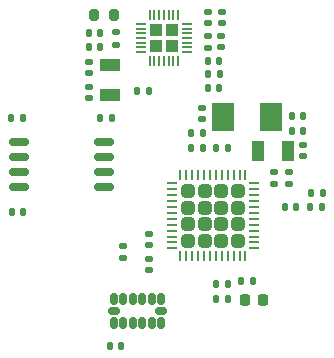
<source format=gbr>
%TF.GenerationSoftware,KiCad,Pcbnew,9.0.0*%
%TF.CreationDate,2025-04-02T00:09:28-04:00*%
%TF.ProjectId,IngestibleCapsule-Board_whole,496e6765-7374-4696-926c-654361707375,rev?*%
%TF.SameCoordinates,Original*%
%TF.FileFunction,Paste,Top*%
%TF.FilePolarity,Positive*%
%FSLAX46Y46*%
G04 Gerber Fmt 4.6, Leading zero omitted, Abs format (unit mm)*
G04 Created by KiCad (PCBNEW 9.0.0) date 2025-04-02 00:09:28*
%MOMM*%
%LPD*%
G01*
G04 APERTURE LIST*
G04 Aperture macros list*
%AMRoundRect*
0 Rectangle with rounded corners*
0 $1 Rounding radius*
0 $2 $3 $4 $5 $6 $7 $8 $9 X,Y pos of 4 corners*
0 Add a 4 corners polygon primitive as box body*
4,1,4,$2,$3,$4,$5,$6,$7,$8,$9,$2,$3,0*
0 Add four circle primitives for the rounded corners*
1,1,$1+$1,$2,$3*
1,1,$1+$1,$4,$5*
1,1,$1+$1,$6,$7*
1,1,$1+$1,$8,$9*
0 Add four rect primitives between the rounded corners*
20,1,$1+$1,$2,$3,$4,$5,0*
20,1,$1+$1,$4,$5,$6,$7,0*
20,1,$1+$1,$6,$7,$8,$9,0*
20,1,$1+$1,$8,$9,$2,$3,0*%
G04 Aperture macros list end*
%ADD10RoundRect,0.135000X-0.185000X0.135000X-0.185000X-0.135000X0.185000X-0.135000X0.185000X0.135000X0*%
%ADD11RoundRect,0.140000X-0.170000X0.140000X-0.170000X-0.140000X0.170000X-0.140000X0.170000X0.140000X0*%
%ADD12RoundRect,0.135000X0.135000X0.185000X-0.135000X0.185000X-0.135000X-0.185000X0.135000X-0.185000X0*%
%ADD13RoundRect,0.140000X0.140000X0.170000X-0.140000X0.170000X-0.140000X-0.170000X0.140000X-0.170000X0*%
%ADD14RoundRect,0.250000X-0.295000X-0.295000X0.295000X-0.295000X0.295000X0.295000X-0.295000X0.295000X0*%
%ADD15RoundRect,0.050000X-0.362500X-0.050000X0.362500X-0.050000X0.362500X0.050000X-0.362500X0.050000X0*%
%ADD16RoundRect,0.050000X-0.050000X-0.362500X0.050000X-0.362500X0.050000X0.362500X-0.050000X0.362500X0*%
%ADD17RoundRect,0.150000X0.150000X-0.325000X0.150000X0.325000X-0.150000X0.325000X-0.150000X-0.325000X0*%
%ADD18RoundRect,0.150000X0.325000X-0.150000X0.325000X0.150000X-0.325000X0.150000X-0.325000X-0.150000X0*%
%ADD19RoundRect,0.140000X-0.140000X-0.170000X0.140000X-0.170000X0.140000X0.170000X-0.140000X0.170000X0*%
%ADD20R,1.000000X1.800000*%
%ADD21RoundRect,0.135000X0.185000X-0.135000X0.185000X0.135000X-0.185000X0.135000X-0.185000X-0.135000X0*%
%ADD22RoundRect,0.225000X0.225000X0.250000X-0.225000X0.250000X-0.225000X-0.250000X0.225000X-0.250000X0*%
%ADD23R,1.800000X1.000000*%
%ADD24RoundRect,0.250000X-0.315000X0.315000X-0.315000X-0.315000X0.315000X-0.315000X0.315000X0.315000X0*%
%ADD25RoundRect,0.062500X-0.062500X0.375000X-0.062500X-0.375000X0.062500X-0.375000X0.062500X0.375000X0*%
%ADD26RoundRect,0.062500X-0.375000X0.062500X-0.375000X-0.062500X0.375000X-0.062500X0.375000X0.062500X0*%
%ADD27RoundRect,0.140000X0.170000X-0.140000X0.170000X0.140000X-0.170000X0.140000X-0.170000X-0.140000X0*%
%ADD28RoundRect,0.147500X-0.172500X0.147500X-0.172500X-0.147500X0.172500X-0.147500X0.172500X0.147500X0*%
%ADD29RoundRect,0.135000X-0.135000X-0.185000X0.135000X-0.185000X0.135000X0.185000X-0.135000X0.185000X0*%
%ADD30RoundRect,0.200000X0.200000X0.275000X-0.200000X0.275000X-0.200000X-0.275000X0.200000X-0.275000X0*%
%ADD31RoundRect,0.147500X0.147500X0.172500X-0.147500X0.172500X-0.147500X-0.172500X0.147500X-0.172500X0*%
%ADD32RoundRect,0.162500X-0.650000X-0.162500X0.650000X-0.162500X0.650000X0.162500X-0.650000X0.162500X0*%
%ADD33R,1.900000X2.400000*%
G04 APERTURE END LIST*
D10*
%TO.C,R7*%
X64050000Y-91250000D03*
X64050000Y-92270000D03*
%TD*%
D11*
%TO.C,C16*%
X72400000Y-71420000D03*
X72400000Y-72380000D03*
%TD*%
D12*
%TO.C,R10*%
X72220000Y-76700000D03*
X71200000Y-76700000D03*
%TD*%
D11*
%TO.C,C10*%
X79227500Y-82670000D03*
X79227500Y-83630000D03*
%TD*%
D13*
%TO.C,C23*%
X62060000Y-74390000D03*
X61100000Y-74390000D03*
%TD*%
D14*
%TO.C,U5*%
X66809915Y-72965735D03*
X66809915Y-74315735D03*
X68159915Y-72965735D03*
X68159915Y-74315735D03*
D15*
X65522415Y-72440735D03*
X65522415Y-72840735D03*
X65522415Y-73240735D03*
X65522415Y-73640735D03*
X65522415Y-74040735D03*
X65522415Y-74440735D03*
X65522415Y-74840735D03*
D16*
X66284915Y-75603235D03*
X66684915Y-75603235D03*
X67084915Y-75603235D03*
X67484915Y-75603235D03*
X67884915Y-75603235D03*
X68284915Y-75603235D03*
X68684915Y-75603235D03*
D15*
X69447415Y-74840735D03*
X69447415Y-74440735D03*
X69447415Y-74040735D03*
X69447415Y-73640735D03*
X69447415Y-73240735D03*
X69447415Y-72840735D03*
X69447415Y-72440735D03*
D16*
X68684915Y-71678235D03*
X68284915Y-71678235D03*
X67884915Y-71678235D03*
X67484915Y-71678235D03*
X67084915Y-71678235D03*
X66684915Y-71678235D03*
X66284915Y-71678235D03*
%TD*%
D13*
%TO.C,C8*%
X79267500Y-80250000D03*
X78307500Y-80250000D03*
%TD*%
D17*
%TO.C,U3*%
X63250000Y-97750000D03*
X64050000Y-97750000D03*
X64850000Y-97750000D03*
X65650000Y-97750000D03*
X66450000Y-97750000D03*
X67250000Y-97750000D03*
D18*
X67250000Y-96750000D03*
D17*
X67250000Y-95750000D03*
X66450000Y-95750000D03*
X65650000Y-95750000D03*
X64850000Y-95750000D03*
X64050000Y-95750000D03*
X63250000Y-95750000D03*
D18*
X63250000Y-96750000D03*
%TD*%
D12*
%TO.C,R6*%
X72920000Y-95750000D03*
X71900000Y-95750000D03*
%TD*%
D11*
%TO.C,C1*%
X66187500Y-90220000D03*
X66187500Y-91180000D03*
%TD*%
D13*
%TO.C,C4*%
X74985000Y-94250000D03*
X74025000Y-94250000D03*
%TD*%
D11*
%TO.C,C5*%
X76787500Y-85000000D03*
X76787500Y-85960000D03*
%TD*%
D13*
%TO.C,C11*%
X79257500Y-81500000D03*
X78297500Y-81500000D03*
%TD*%
D19*
%TO.C,C19*%
X71210000Y-75600000D03*
X72170000Y-75600000D03*
%TD*%
D20*
%TO.C,Y2*%
X75477500Y-83178228D03*
X77977500Y-83178228D03*
%TD*%
D21*
%TO.C,R12*%
X63400000Y-74190000D03*
X63400000Y-73170000D03*
%TD*%
D12*
%TO.C,R8*%
X55570000Y-80450000D03*
X54550000Y-80450000D03*
%TD*%
D22*
%TO.C,C7*%
X75875000Y-95800000D03*
X74325000Y-95800000D03*
%TD*%
D23*
%TO.C,Y3*%
X62900000Y-78430000D03*
X62900000Y-75930000D03*
%TD*%
D11*
%TO.C,C21*%
X61100000Y-75680000D03*
X61100000Y-76640000D03*
%TD*%
D24*
%TO.C,U1*%
X73737500Y-86600000D03*
X72337500Y-86600000D03*
X70937500Y-86600000D03*
X69537500Y-86600000D03*
X73737500Y-88000000D03*
X72337500Y-88000000D03*
X70937500Y-88000000D03*
X69537500Y-88000000D03*
X73737500Y-89400000D03*
X72337500Y-89400000D03*
X70937500Y-89400000D03*
X69537500Y-89400000D03*
X73737500Y-90800000D03*
X72337500Y-90800000D03*
X70937500Y-90800000D03*
X69537500Y-90800000D03*
D25*
X74387500Y-85262500D03*
X73887500Y-85262500D03*
X73387500Y-85262500D03*
X72887500Y-85262500D03*
X72387500Y-85262500D03*
X71887500Y-85262500D03*
X71387500Y-85262500D03*
X70887500Y-85262500D03*
X70387500Y-85262500D03*
X69887500Y-85262500D03*
X69387500Y-85262500D03*
X68887500Y-85262500D03*
D26*
X68200000Y-85950000D03*
X68200000Y-86450000D03*
X68200000Y-86950000D03*
X68200000Y-87450000D03*
X68200000Y-87950000D03*
X68200000Y-88450000D03*
X68200000Y-88950000D03*
X68200000Y-89450000D03*
X68200000Y-89950000D03*
X68200000Y-90450000D03*
X68200000Y-90950000D03*
X68200000Y-91450000D03*
D25*
X68887500Y-92137500D03*
X69387500Y-92137500D03*
X69887500Y-92137500D03*
X70387500Y-92137500D03*
X70887500Y-92137500D03*
X71387500Y-92137500D03*
X71887500Y-92137500D03*
X72387500Y-92137500D03*
X72887500Y-92137500D03*
X73387500Y-92137500D03*
X73887500Y-92137500D03*
X74387500Y-92137500D03*
D26*
X75075000Y-91450000D03*
X75075000Y-90950000D03*
X75075000Y-90450000D03*
X75075000Y-89950000D03*
X75075000Y-89450000D03*
X75075000Y-88950000D03*
X75075000Y-88450000D03*
X75075000Y-87950000D03*
X75075000Y-87450000D03*
X75075000Y-86950000D03*
X75075000Y-86450000D03*
X75075000Y-85950000D03*
%TD*%
D11*
%TO.C,C15*%
X72340000Y-73480000D03*
X72340000Y-74440000D03*
%TD*%
D27*
%TO.C,C9*%
X70737500Y-80510000D03*
X70737500Y-79550000D03*
%TD*%
D28*
%TO.C,L1*%
X71200000Y-71415000D03*
X71200000Y-72385000D03*
%TD*%
D29*
%TO.C,R3*%
X71917500Y-82950000D03*
X72937500Y-82950000D03*
%TD*%
D27*
%TO.C,C20*%
X61100000Y-78760000D03*
X61100000Y-77800000D03*
%TD*%
D29*
%TO.C,R4*%
X79877500Y-87950000D03*
X80897500Y-87950000D03*
%TD*%
D30*
%TO.C,R11*%
X63225000Y-71680000D03*
X61575000Y-71680000D03*
%TD*%
D19*
%TO.C,C13*%
X62890000Y-99700000D03*
X63850000Y-99700000D03*
%TD*%
D29*
%TO.C,R2*%
X79917500Y-86800000D03*
X80937500Y-86800000D03*
%TD*%
D12*
%TO.C,R1*%
X70757500Y-81700000D03*
X69737500Y-81700000D03*
%TD*%
D19*
%TO.C,C12*%
X54620000Y-88400000D03*
X55580000Y-88400000D03*
%TD*%
D11*
%TO.C,C17*%
X71200000Y-73500000D03*
X71200000Y-74460000D03*
%TD*%
D13*
%TO.C,C2*%
X70757500Y-82950000D03*
X69797500Y-82950000D03*
%TD*%
D31*
%TO.C,D1*%
X78707500Y-87950000D03*
X77737500Y-87950000D03*
%TD*%
D13*
%TO.C,C22*%
X62060000Y-73180000D03*
X61100000Y-73180000D03*
%TD*%
D29*
%TO.C,R9*%
X65190000Y-78100000D03*
X66210000Y-78100000D03*
%TD*%
D19*
%TO.C,C14*%
X62090000Y-80450000D03*
X63050000Y-80450000D03*
%TD*%
D32*
%TO.C,U4*%
X55225000Y-82480000D03*
X55225000Y-83750000D03*
X55225000Y-85020000D03*
X55225000Y-86290000D03*
X62400000Y-86290000D03*
X62400000Y-85020000D03*
X62400000Y-83750000D03*
X62400000Y-82480000D03*
%TD*%
D33*
%TO.C,Y1*%
X72477500Y-80300000D03*
X76577500Y-80300000D03*
%TD*%
D11*
%TO.C,C3*%
X66187500Y-92350000D03*
X66187500Y-93310000D03*
%TD*%
D12*
%TO.C,R5*%
X72900000Y-94450000D03*
X71880000Y-94450000D03*
%TD*%
D19*
%TO.C,C18*%
X71230000Y-77900000D03*
X72190000Y-77900000D03*
%TD*%
D11*
%TO.C,C6*%
X78037500Y-85000000D03*
X78037500Y-85960000D03*
%TD*%
M02*

</source>
